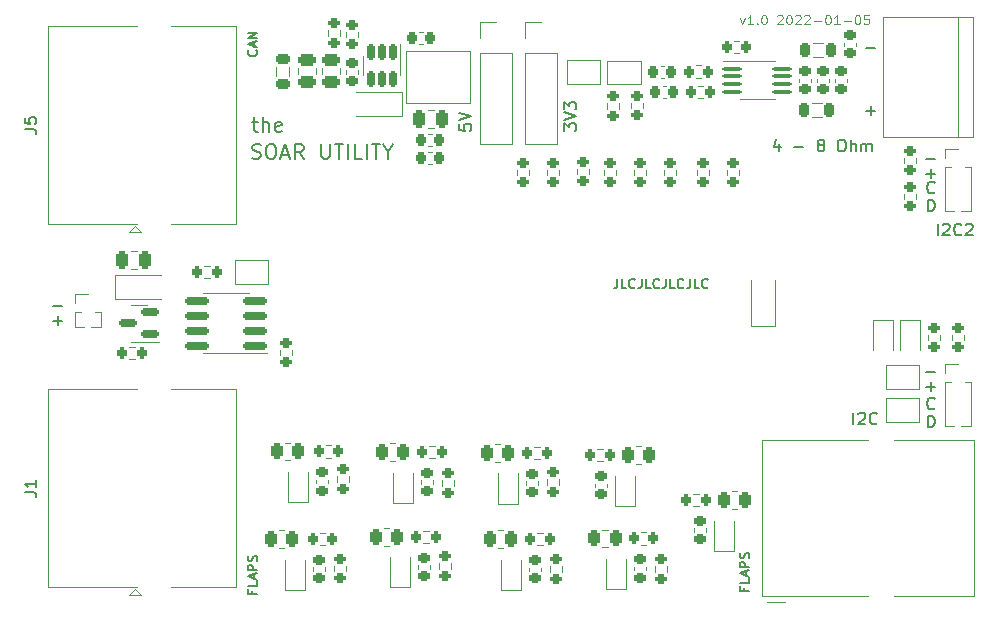
<source format=gto>
%TF.GenerationSoftware,KiCad,Pcbnew,(6.0.0)*%
%TF.CreationDate,2022-01-05T18:10:34+01:00*%
%TF.ProjectId,soar_audio,736f6172-5f61-4756-9469-6f2e6b696361,rev?*%
%TF.SameCoordinates,Original*%
%TF.FileFunction,Legend,Top*%
%TF.FilePolarity,Positive*%
%FSLAX46Y46*%
G04 Gerber Fmt 4.6, Leading zero omitted, Abs format (unit mm)*
G04 Created by KiCad (PCBNEW (6.0.0)) date 2022-01-05 18:10:34*
%MOMM*%
%LPD*%
G01*
G04 APERTURE LIST*
G04 Aperture macros list*
%AMRoundRect*
0 Rectangle with rounded corners*
0 $1 Rounding radius*
0 $2 $3 $4 $5 $6 $7 $8 $9 X,Y pos of 4 corners*
0 Add a 4 corners polygon primitive as box body*
4,1,4,$2,$3,$4,$5,$6,$7,$8,$9,$2,$3,0*
0 Add four circle primitives for the rounded corners*
1,1,$1+$1,$2,$3*
1,1,$1+$1,$4,$5*
1,1,$1+$1,$6,$7*
1,1,$1+$1,$8,$9*
0 Add four rect primitives between the rounded corners*
20,1,$1+$1,$2,$3,$4,$5,0*
20,1,$1+$1,$4,$5,$6,$7,0*
20,1,$1+$1,$6,$7,$8,$9,0*
20,1,$1+$1,$8,$9,$2,$3,0*%
G04 Aperture macros list end*
%ADD10C,0.150000*%
%ADD11C,0.100000*%
%ADD12C,0.200000*%
%ADD13C,0.120000*%
%ADD14R,1.500000X1.500000*%
%ADD15C,1.500000*%
%ADD16C,3.250000*%
%ADD17C,2.300000*%
%ADD18R,1.500000X2.500000*%
%ADD19R,1.700000X1.700000*%
%ADD20O,1.700000X1.700000*%
%ADD21RoundRect,0.225000X-0.225000X-0.250000X0.225000X-0.250000X0.225000X0.250000X-0.225000X0.250000X0*%
%ADD22RoundRect,0.225000X0.225000X0.250000X-0.225000X0.250000X-0.225000X-0.250000X0.225000X-0.250000X0*%
%ADD23RoundRect,0.200000X-0.275000X0.200000X-0.275000X-0.200000X0.275000X-0.200000X0.275000X0.200000X0*%
%ADD24R,1.000000X1.000000*%
%ADD25O,1.000000X1.000000*%
%ADD26R,1.000000X1.500000*%
%ADD27RoundRect,0.225000X0.250000X-0.225000X0.250000X0.225000X-0.250000X0.225000X-0.250000X-0.225000X0*%
%ADD28RoundRect,0.225000X-0.250000X0.225000X-0.250000X-0.225000X0.250000X-0.225000X0.250000X0.225000X0*%
%ADD29RoundRect,0.150000X0.825000X0.150000X-0.825000X0.150000X-0.825000X-0.150000X0.825000X-0.150000X0*%
%ADD30RoundRect,0.200000X-0.200000X-0.275000X0.200000X-0.275000X0.200000X0.275000X-0.200000X0.275000X0*%
%ADD31RoundRect,0.250000X0.262500X0.450000X-0.262500X0.450000X-0.262500X-0.450000X0.262500X-0.450000X0*%
%ADD32R,0.450000X0.600000*%
%ADD33RoundRect,0.250000X-0.250000X-0.475000X0.250000X-0.475000X0.250000X0.475000X-0.250000X0.475000X0*%
%ADD34RoundRect,0.250000X-0.475000X0.250000X-0.475000X-0.250000X0.475000X-0.250000X0.475000X0.250000X0*%
%ADD35RoundRect,0.250000X-0.262500X-0.450000X0.262500X-0.450000X0.262500X0.450000X-0.262500X0.450000X0*%
%ADD36RoundRect,0.200000X0.275000X-0.200000X0.275000X0.200000X-0.275000X0.200000X-0.275000X-0.200000X0*%
%ADD37R,0.900000X1.200000*%
%ADD38R,3.000000X3.000000*%
%ADD39C,3.000000*%
%ADD40C,1.524000*%
%ADD41RoundRect,0.100000X-0.712500X-0.100000X0.712500X-0.100000X0.712500X0.100000X-0.712500X0.100000X0*%
%ADD42RoundRect,0.218750X-0.218750X-0.381250X0.218750X-0.381250X0.218750X0.381250X-0.218750X0.381250X0*%
%ADD43RoundRect,0.200000X0.200000X0.275000X-0.200000X0.275000X-0.200000X-0.275000X0.200000X-0.275000X0*%
%ADD44RoundRect,0.250000X0.250000X0.475000X-0.250000X0.475000X-0.250000X-0.475000X0.250000X-0.475000X0*%
%ADD45RoundRect,0.218750X0.381250X-0.218750X0.381250X0.218750X-0.381250X0.218750X-0.381250X-0.218750X0*%
%ADD46RoundRect,0.150000X-0.150000X0.512500X-0.150000X-0.512500X0.150000X-0.512500X0.150000X0.512500X0*%
%ADD47RoundRect,0.150000X0.587500X0.150000X-0.587500X0.150000X-0.587500X-0.150000X0.587500X-0.150000X0*%
%ADD48R,1.200000X0.900000*%
%ADD49R,1.520000X1.520000*%
%ADD50C,1.520000*%
G04 APERTURE END LIST*
D10*
X136612380Y-77152476D02*
X136612380Y-77628666D01*
X137088571Y-77676285D01*
X137040952Y-77628666D01*
X136993333Y-77533428D01*
X136993333Y-77295333D01*
X137040952Y-77200095D01*
X137088571Y-77152476D01*
X137183809Y-77104857D01*
X137421904Y-77104857D01*
X137517142Y-77152476D01*
X137564761Y-77200095D01*
X137612380Y-77295333D01*
X137612380Y-77533428D01*
X137564761Y-77628666D01*
X137517142Y-77676285D01*
X136612380Y-76819142D02*
X137612380Y-76485809D01*
X136612380Y-76152476D01*
X145502380Y-77692095D02*
X145502380Y-77073047D01*
X145883333Y-77406380D01*
X145883333Y-77263523D01*
X145930952Y-77168285D01*
X145978571Y-77120666D01*
X146073809Y-77073047D01*
X146311904Y-77073047D01*
X146407142Y-77120666D01*
X146454761Y-77168285D01*
X146502380Y-77263523D01*
X146502380Y-77549238D01*
X146454761Y-77644476D01*
X146407142Y-77692095D01*
X145502380Y-76787333D02*
X146502380Y-76454000D01*
X145502380Y-76120666D01*
X145502380Y-75882571D02*
X145502380Y-75263523D01*
X145883333Y-75596857D01*
X145883333Y-75454000D01*
X145930952Y-75358761D01*
X145978571Y-75311142D01*
X146073809Y-75263523D01*
X146311904Y-75263523D01*
X146407142Y-75311142D01*
X146454761Y-75358761D01*
X146502380Y-75454000D01*
X146502380Y-75739714D01*
X146454761Y-75834952D01*
X146407142Y-75882571D01*
X163695523Y-78779714D02*
X163695523Y-79446380D01*
X163457428Y-78398761D02*
X163219333Y-79113047D01*
X163838380Y-79113047D01*
X164981238Y-79065428D02*
X165743142Y-79065428D01*
X167124095Y-78874952D02*
X167028857Y-78827333D01*
X166981238Y-78779714D01*
X166933619Y-78684476D01*
X166933619Y-78636857D01*
X166981238Y-78541619D01*
X167028857Y-78494000D01*
X167124095Y-78446380D01*
X167314571Y-78446380D01*
X167409809Y-78494000D01*
X167457428Y-78541619D01*
X167505047Y-78636857D01*
X167505047Y-78684476D01*
X167457428Y-78779714D01*
X167409809Y-78827333D01*
X167314571Y-78874952D01*
X167124095Y-78874952D01*
X167028857Y-78922571D01*
X166981238Y-78970190D01*
X166933619Y-79065428D01*
X166933619Y-79255904D01*
X166981238Y-79351142D01*
X167028857Y-79398761D01*
X167124095Y-79446380D01*
X167314571Y-79446380D01*
X167409809Y-79398761D01*
X167457428Y-79351142D01*
X167505047Y-79255904D01*
X167505047Y-79065428D01*
X167457428Y-78970190D01*
X167409809Y-78922571D01*
X167314571Y-78874952D01*
X168886000Y-78446380D02*
X169076476Y-78446380D01*
X169171714Y-78494000D01*
X169266952Y-78589238D01*
X169314571Y-78779714D01*
X169314571Y-79113047D01*
X169266952Y-79303523D01*
X169171714Y-79398761D01*
X169076476Y-79446380D01*
X168886000Y-79446380D01*
X168790761Y-79398761D01*
X168695523Y-79303523D01*
X168647904Y-79113047D01*
X168647904Y-78779714D01*
X168695523Y-78589238D01*
X168790761Y-78494000D01*
X168886000Y-78446380D01*
X169743142Y-79446380D02*
X169743142Y-78446380D01*
X170171714Y-79446380D02*
X170171714Y-78922571D01*
X170124095Y-78827333D01*
X170028857Y-78779714D01*
X169886000Y-78779714D01*
X169790761Y-78827333D01*
X169743142Y-78874952D01*
X170647904Y-79446380D02*
X170647904Y-78779714D01*
X170647904Y-78874952D02*
X170695523Y-78827333D01*
X170790761Y-78779714D01*
X170933619Y-78779714D01*
X171028857Y-78827333D01*
X171076476Y-78922571D01*
X171076476Y-79446380D01*
X171076476Y-78922571D02*
X171124095Y-78827333D01*
X171219333Y-78779714D01*
X171362190Y-78779714D01*
X171457428Y-78827333D01*
X171505047Y-78922571D01*
X171505047Y-79446380D01*
X171069047Y-70683428D02*
X171830952Y-70683428D01*
X171069047Y-76017428D02*
X171830952Y-76017428D01*
X171450000Y-76398380D02*
X171450000Y-75636476D01*
X169965809Y-102560380D02*
X169965809Y-101560380D01*
X170394380Y-101655619D02*
X170442000Y-101608000D01*
X170537238Y-101560380D01*
X170775333Y-101560380D01*
X170870571Y-101608000D01*
X170918190Y-101655619D01*
X170965809Y-101750857D01*
X170965809Y-101846095D01*
X170918190Y-101988952D01*
X170346761Y-102560380D01*
X170965809Y-102560380D01*
X171965809Y-102465142D02*
X171918190Y-102512761D01*
X171775333Y-102560380D01*
X171680095Y-102560380D01*
X171537238Y-102512761D01*
X171442000Y-102417523D01*
X171394380Y-102322285D01*
X171346761Y-102131809D01*
X171346761Y-101988952D01*
X171394380Y-101798476D01*
X171442000Y-101703238D01*
X171537238Y-101608000D01*
X171680095Y-101560380D01*
X171775333Y-101560380D01*
X171918190Y-101608000D01*
X171965809Y-101655619D01*
X177109619Y-86558380D02*
X177109619Y-85558380D01*
X177538190Y-85653619D02*
X177585809Y-85606000D01*
X177681047Y-85558380D01*
X177919142Y-85558380D01*
X178014380Y-85606000D01*
X178062000Y-85653619D01*
X178109619Y-85748857D01*
X178109619Y-85844095D01*
X178062000Y-85986952D01*
X177490571Y-86558380D01*
X178109619Y-86558380D01*
X179109619Y-86463142D02*
X179062000Y-86510761D01*
X178919142Y-86558380D01*
X178823904Y-86558380D01*
X178681047Y-86510761D01*
X178585809Y-86415523D01*
X178538190Y-86320285D01*
X178490571Y-86129809D01*
X178490571Y-85986952D01*
X178538190Y-85796476D01*
X178585809Y-85701238D01*
X178681047Y-85606000D01*
X178823904Y-85558380D01*
X178919142Y-85558380D01*
X179062000Y-85606000D01*
X179109619Y-85653619D01*
X179490571Y-85653619D02*
X179538190Y-85606000D01*
X179633428Y-85558380D01*
X179871523Y-85558380D01*
X179966761Y-85606000D01*
X180014380Y-85653619D01*
X180062000Y-85748857D01*
X180062000Y-85844095D01*
X180014380Y-85986952D01*
X179442952Y-86558380D01*
X180062000Y-86558380D01*
X176268095Y-84526380D02*
X176268095Y-83526380D01*
X176506190Y-83526380D01*
X176649047Y-83574000D01*
X176744285Y-83669238D01*
X176791904Y-83764476D01*
X176839523Y-83954952D01*
X176839523Y-84097809D01*
X176791904Y-84288285D01*
X176744285Y-84383523D01*
X176649047Y-84478761D01*
X176506190Y-84526380D01*
X176268095Y-84526380D01*
X176839523Y-82907142D02*
X176791904Y-82954761D01*
X176649047Y-83002380D01*
X176553809Y-83002380D01*
X176410952Y-82954761D01*
X176315714Y-82859523D01*
X176268095Y-82764285D01*
X176220476Y-82573809D01*
X176220476Y-82430952D01*
X176268095Y-82240476D01*
X176315714Y-82145238D01*
X176410952Y-82050000D01*
X176553809Y-82002380D01*
X176649047Y-82002380D01*
X176791904Y-82050000D01*
X176839523Y-82097619D01*
X176149047Y-81351428D02*
X176910952Y-81351428D01*
X176530000Y-81732380D02*
X176530000Y-80970476D01*
X176149047Y-80081428D02*
X176910952Y-80081428D01*
X176268095Y-102814380D02*
X176268095Y-101814380D01*
X176506190Y-101814380D01*
X176649047Y-101862000D01*
X176744285Y-101957238D01*
X176791904Y-102052476D01*
X176839523Y-102242952D01*
X176839523Y-102385809D01*
X176791904Y-102576285D01*
X176744285Y-102671523D01*
X176649047Y-102766761D01*
X176506190Y-102814380D01*
X176268095Y-102814380D01*
X176839523Y-101195142D02*
X176791904Y-101242761D01*
X176649047Y-101290380D01*
X176553809Y-101290380D01*
X176410952Y-101242761D01*
X176315714Y-101147523D01*
X176268095Y-101052285D01*
X176220476Y-100861809D01*
X176220476Y-100718952D01*
X176268095Y-100528476D01*
X176315714Y-100433238D01*
X176410952Y-100338000D01*
X176553809Y-100290380D01*
X176649047Y-100290380D01*
X176791904Y-100338000D01*
X176839523Y-100385619D01*
X176149047Y-99385428D02*
X176910952Y-99385428D01*
X176530000Y-99766380D02*
X176530000Y-99004476D01*
X176149047Y-98115428D02*
X176910952Y-98115428D01*
X102235047Y-92527428D02*
X102996952Y-92527428D01*
X102235047Y-93797428D02*
X102996952Y-93797428D01*
X102616000Y-94178380D02*
X102616000Y-93416476D01*
D11*
X160376285Y-68154571D02*
X160566761Y-68687904D01*
X160757238Y-68154571D01*
X161481047Y-68687904D02*
X161023904Y-68687904D01*
X161252476Y-68687904D02*
X161252476Y-67887904D01*
X161176285Y-68002190D01*
X161100095Y-68078380D01*
X161023904Y-68116476D01*
X161823904Y-68611714D02*
X161862000Y-68649809D01*
X161823904Y-68687904D01*
X161785809Y-68649809D01*
X161823904Y-68611714D01*
X161823904Y-68687904D01*
X162357238Y-67887904D02*
X162433428Y-67887904D01*
X162509619Y-67926000D01*
X162547714Y-67964095D01*
X162585809Y-68040285D01*
X162623904Y-68192666D01*
X162623904Y-68383142D01*
X162585809Y-68535523D01*
X162547714Y-68611714D01*
X162509619Y-68649809D01*
X162433428Y-68687904D01*
X162357238Y-68687904D01*
X162281047Y-68649809D01*
X162242952Y-68611714D01*
X162204857Y-68535523D01*
X162166761Y-68383142D01*
X162166761Y-68192666D01*
X162204857Y-68040285D01*
X162242952Y-67964095D01*
X162281047Y-67926000D01*
X162357238Y-67887904D01*
X163538190Y-67964095D02*
X163576285Y-67926000D01*
X163652476Y-67887904D01*
X163842952Y-67887904D01*
X163919142Y-67926000D01*
X163957238Y-67964095D01*
X163995333Y-68040285D01*
X163995333Y-68116476D01*
X163957238Y-68230761D01*
X163500095Y-68687904D01*
X163995333Y-68687904D01*
X164490571Y-67887904D02*
X164566761Y-67887904D01*
X164642952Y-67926000D01*
X164681047Y-67964095D01*
X164719142Y-68040285D01*
X164757238Y-68192666D01*
X164757238Y-68383142D01*
X164719142Y-68535523D01*
X164681047Y-68611714D01*
X164642952Y-68649809D01*
X164566761Y-68687904D01*
X164490571Y-68687904D01*
X164414380Y-68649809D01*
X164376285Y-68611714D01*
X164338190Y-68535523D01*
X164300095Y-68383142D01*
X164300095Y-68192666D01*
X164338190Y-68040285D01*
X164376285Y-67964095D01*
X164414380Y-67926000D01*
X164490571Y-67887904D01*
X165062000Y-67964095D02*
X165100095Y-67926000D01*
X165176285Y-67887904D01*
X165366761Y-67887904D01*
X165442952Y-67926000D01*
X165481047Y-67964095D01*
X165519142Y-68040285D01*
X165519142Y-68116476D01*
X165481047Y-68230761D01*
X165023904Y-68687904D01*
X165519142Y-68687904D01*
X165823904Y-67964095D02*
X165862000Y-67926000D01*
X165938190Y-67887904D01*
X166128666Y-67887904D01*
X166204857Y-67926000D01*
X166242952Y-67964095D01*
X166281047Y-68040285D01*
X166281047Y-68116476D01*
X166242952Y-68230761D01*
X165785809Y-68687904D01*
X166281047Y-68687904D01*
X166623904Y-68383142D02*
X167233428Y-68383142D01*
X167766761Y-67887904D02*
X167842952Y-67887904D01*
X167919142Y-67926000D01*
X167957238Y-67964095D01*
X167995333Y-68040285D01*
X168033428Y-68192666D01*
X168033428Y-68383142D01*
X167995333Y-68535523D01*
X167957238Y-68611714D01*
X167919142Y-68649809D01*
X167842952Y-68687904D01*
X167766761Y-68687904D01*
X167690571Y-68649809D01*
X167652476Y-68611714D01*
X167614380Y-68535523D01*
X167576285Y-68383142D01*
X167576285Y-68192666D01*
X167614380Y-68040285D01*
X167652476Y-67964095D01*
X167690571Y-67926000D01*
X167766761Y-67887904D01*
X168795333Y-68687904D02*
X168338190Y-68687904D01*
X168566761Y-68687904D02*
X168566761Y-67887904D01*
X168490571Y-68002190D01*
X168414380Y-68078380D01*
X168338190Y-68116476D01*
X169138190Y-68383142D02*
X169747714Y-68383142D01*
X170281047Y-67887904D02*
X170357238Y-67887904D01*
X170433428Y-67926000D01*
X170471523Y-67964095D01*
X170509619Y-68040285D01*
X170547714Y-68192666D01*
X170547714Y-68383142D01*
X170509619Y-68535523D01*
X170471523Y-68611714D01*
X170433428Y-68649809D01*
X170357238Y-68687904D01*
X170281047Y-68687904D01*
X170204857Y-68649809D01*
X170166761Y-68611714D01*
X170128666Y-68535523D01*
X170090571Y-68383142D01*
X170090571Y-68192666D01*
X170128666Y-68040285D01*
X170166761Y-67964095D01*
X170204857Y-67926000D01*
X170281047Y-67887904D01*
X171271523Y-67887904D02*
X170890571Y-67887904D01*
X170852476Y-68268857D01*
X170890571Y-68230761D01*
X170966761Y-68192666D01*
X171157238Y-68192666D01*
X171233428Y-68230761D01*
X171271523Y-68268857D01*
X171309619Y-68345047D01*
X171309619Y-68535523D01*
X171271523Y-68611714D01*
X171233428Y-68649809D01*
X171157238Y-68687904D01*
X170966761Y-68687904D01*
X170890571Y-68649809D01*
X170852476Y-68611714D01*
D10*
X160724857Y-116395333D02*
X160724857Y-116662000D01*
X161143904Y-116662000D02*
X160343904Y-116662000D01*
X160343904Y-116281047D01*
X161143904Y-115595333D02*
X161143904Y-115976285D01*
X160343904Y-115976285D01*
X160915333Y-115366761D02*
X160915333Y-114985809D01*
X161143904Y-115442952D02*
X160343904Y-115176285D01*
X161143904Y-114909619D01*
X161143904Y-114642952D02*
X160343904Y-114642952D01*
X160343904Y-114338190D01*
X160382000Y-114262000D01*
X160420095Y-114223904D01*
X160496285Y-114185809D01*
X160610571Y-114185809D01*
X160686761Y-114223904D01*
X160724857Y-114262000D01*
X160762952Y-114338190D01*
X160762952Y-114642952D01*
X161105809Y-113881047D02*
X161143904Y-113766761D01*
X161143904Y-113576285D01*
X161105809Y-113500095D01*
X161067714Y-113462000D01*
X160991523Y-113423904D01*
X160915333Y-113423904D01*
X160839142Y-113462000D01*
X160801047Y-113500095D01*
X160762952Y-113576285D01*
X160724857Y-113728666D01*
X160686761Y-113804857D01*
X160648666Y-113842952D01*
X160572476Y-113881047D01*
X160496285Y-113881047D01*
X160420095Y-113842952D01*
X160382000Y-113804857D01*
X160343904Y-113728666D01*
X160343904Y-113538190D01*
X160382000Y-113423904D01*
X119068857Y-116649333D02*
X119068857Y-116916000D01*
X119487904Y-116916000D02*
X118687904Y-116916000D01*
X118687904Y-116535047D01*
X119487904Y-115849333D02*
X119487904Y-116230285D01*
X118687904Y-116230285D01*
X119259333Y-115620761D02*
X119259333Y-115239809D01*
X119487904Y-115696952D02*
X118687904Y-115430285D01*
X119487904Y-115163619D01*
X119487904Y-114896952D02*
X118687904Y-114896952D01*
X118687904Y-114592190D01*
X118726000Y-114516000D01*
X118764095Y-114477904D01*
X118840285Y-114439809D01*
X118954571Y-114439809D01*
X119030761Y-114477904D01*
X119068857Y-114516000D01*
X119106952Y-114592190D01*
X119106952Y-114896952D01*
X119449809Y-114135047D02*
X119487904Y-114020761D01*
X119487904Y-113830285D01*
X119449809Y-113754095D01*
X119411714Y-113716000D01*
X119335523Y-113677904D01*
X119259333Y-113677904D01*
X119183142Y-113716000D01*
X119145047Y-113754095D01*
X119106952Y-113830285D01*
X119068857Y-113982666D01*
X119030761Y-114058857D01*
X118992666Y-114096952D01*
X118916476Y-114135047D01*
X118840285Y-114135047D01*
X118764095Y-114096952D01*
X118726000Y-114058857D01*
X118687904Y-113982666D01*
X118687904Y-113792190D01*
X118726000Y-113677904D01*
X119411714Y-70872285D02*
X119449809Y-70910380D01*
X119487904Y-71024666D01*
X119487904Y-71100857D01*
X119449809Y-71215142D01*
X119373619Y-71291333D01*
X119297428Y-71329428D01*
X119145047Y-71367523D01*
X119030761Y-71367523D01*
X118878380Y-71329428D01*
X118802190Y-71291333D01*
X118726000Y-71215142D01*
X118687904Y-71100857D01*
X118687904Y-71024666D01*
X118726000Y-70910380D01*
X118764095Y-70872285D01*
X119259333Y-70567523D02*
X119259333Y-70186571D01*
X119487904Y-70643714D02*
X118687904Y-70377047D01*
X119487904Y-70110380D01*
X119487904Y-69843714D02*
X118687904Y-69843714D01*
X119487904Y-69386571D01*
X118687904Y-69386571D01*
D12*
X119056714Y-76948142D02*
X119532904Y-76948142D01*
X119235285Y-76531476D02*
X119235285Y-77602904D01*
X119294809Y-77721952D01*
X119413857Y-77781476D01*
X119532904Y-77781476D01*
X119949571Y-77781476D02*
X119949571Y-76531476D01*
X120485285Y-77781476D02*
X120485285Y-77126714D01*
X120425761Y-77007666D01*
X120306714Y-76948142D01*
X120128142Y-76948142D01*
X120009095Y-77007666D01*
X119949571Y-77067190D01*
X121556714Y-77721952D02*
X121437666Y-77781476D01*
X121199571Y-77781476D01*
X121080523Y-77721952D01*
X121021000Y-77602904D01*
X121021000Y-77126714D01*
X121080523Y-77007666D01*
X121199571Y-76948142D01*
X121437666Y-76948142D01*
X121556714Y-77007666D01*
X121616238Y-77126714D01*
X121616238Y-77245761D01*
X121021000Y-77364809D01*
X119075142Y-80007952D02*
X119253714Y-80067476D01*
X119551333Y-80067476D01*
X119670380Y-80007952D01*
X119729904Y-79948428D01*
X119789428Y-79829380D01*
X119789428Y-79710333D01*
X119729904Y-79591285D01*
X119670380Y-79531761D01*
X119551333Y-79472238D01*
X119313238Y-79412714D01*
X119194190Y-79353190D01*
X119134666Y-79293666D01*
X119075142Y-79174619D01*
X119075142Y-79055571D01*
X119134666Y-78936523D01*
X119194190Y-78877000D01*
X119313238Y-78817476D01*
X119610857Y-78817476D01*
X119789428Y-78877000D01*
X120563238Y-78817476D02*
X120801333Y-78817476D01*
X120920380Y-78877000D01*
X121039428Y-78996047D01*
X121098952Y-79234142D01*
X121098952Y-79650809D01*
X121039428Y-79888904D01*
X120920380Y-80007952D01*
X120801333Y-80067476D01*
X120563238Y-80067476D01*
X120444190Y-80007952D01*
X120325142Y-79888904D01*
X120265619Y-79650809D01*
X120265619Y-79234142D01*
X120325142Y-78996047D01*
X120444190Y-78877000D01*
X120563238Y-78817476D01*
X121575142Y-79710333D02*
X122170380Y-79710333D01*
X121456095Y-80067476D02*
X121872761Y-78817476D01*
X122289428Y-80067476D01*
X123420380Y-80067476D02*
X123003714Y-79472238D01*
X122706095Y-80067476D02*
X122706095Y-78817476D01*
X123182285Y-78817476D01*
X123301333Y-78877000D01*
X123360857Y-78936523D01*
X123420380Y-79055571D01*
X123420380Y-79234142D01*
X123360857Y-79353190D01*
X123301333Y-79412714D01*
X123182285Y-79472238D01*
X122706095Y-79472238D01*
X124908476Y-78817476D02*
X124908476Y-79829380D01*
X124968000Y-79948428D01*
X125027523Y-80007952D01*
X125146571Y-80067476D01*
X125384666Y-80067476D01*
X125503714Y-80007952D01*
X125563238Y-79948428D01*
X125622761Y-79829380D01*
X125622761Y-78817476D01*
X126039428Y-78817476D02*
X126753714Y-78817476D01*
X126396571Y-80067476D02*
X126396571Y-78817476D01*
X127170380Y-80067476D02*
X127170380Y-78817476D01*
X128360857Y-80067476D02*
X127765619Y-80067476D01*
X127765619Y-78817476D01*
X128777523Y-80067476D02*
X128777523Y-78817476D01*
X129194190Y-78817476D02*
X129908476Y-78817476D01*
X129551333Y-80067476D02*
X129551333Y-78817476D01*
X130563238Y-79472238D02*
X130563238Y-80067476D01*
X130146571Y-78817476D02*
X130563238Y-79472238D01*
X130979904Y-78817476D01*
X149974761Y-90239904D02*
X149974761Y-90811333D01*
X149936666Y-90925619D01*
X149860476Y-91001809D01*
X149746190Y-91039904D01*
X149670000Y-91039904D01*
X150736666Y-91039904D02*
X150355714Y-91039904D01*
X150355714Y-90239904D01*
X151460476Y-90963714D02*
X151422380Y-91001809D01*
X151308095Y-91039904D01*
X151231904Y-91039904D01*
X151117619Y-91001809D01*
X151041428Y-90925619D01*
X151003333Y-90849428D01*
X150965238Y-90697047D01*
X150965238Y-90582761D01*
X151003333Y-90430380D01*
X151041428Y-90354190D01*
X151117619Y-90278000D01*
X151231904Y-90239904D01*
X151308095Y-90239904D01*
X151422380Y-90278000D01*
X151460476Y-90316095D01*
X152031904Y-90239904D02*
X152031904Y-90811333D01*
X151993809Y-90925619D01*
X151917619Y-91001809D01*
X151803333Y-91039904D01*
X151727142Y-91039904D01*
X152793809Y-91039904D02*
X152412857Y-91039904D01*
X152412857Y-90239904D01*
X153517619Y-90963714D02*
X153479523Y-91001809D01*
X153365238Y-91039904D01*
X153289047Y-91039904D01*
X153174761Y-91001809D01*
X153098571Y-90925619D01*
X153060476Y-90849428D01*
X153022380Y-90697047D01*
X153022380Y-90582761D01*
X153060476Y-90430380D01*
X153098571Y-90354190D01*
X153174761Y-90278000D01*
X153289047Y-90239904D01*
X153365238Y-90239904D01*
X153479523Y-90278000D01*
X153517619Y-90316095D01*
X154089047Y-90239904D02*
X154089047Y-90811333D01*
X154050952Y-90925619D01*
X153974761Y-91001809D01*
X153860476Y-91039904D01*
X153784285Y-91039904D01*
X154850952Y-91039904D02*
X154470000Y-91039904D01*
X154470000Y-90239904D01*
X155574761Y-90963714D02*
X155536666Y-91001809D01*
X155422380Y-91039904D01*
X155346190Y-91039904D01*
X155231904Y-91001809D01*
X155155714Y-90925619D01*
X155117619Y-90849428D01*
X155079523Y-90697047D01*
X155079523Y-90582761D01*
X155117619Y-90430380D01*
X155155714Y-90354190D01*
X155231904Y-90278000D01*
X155346190Y-90239904D01*
X155422380Y-90239904D01*
X155536666Y-90278000D01*
X155574761Y-90316095D01*
X156146190Y-90239904D02*
X156146190Y-90811333D01*
X156108095Y-90925619D01*
X156031904Y-91001809D01*
X155917619Y-91039904D01*
X155841428Y-91039904D01*
X156908095Y-91039904D02*
X156527142Y-91039904D01*
X156527142Y-90239904D01*
X157631904Y-90963714D02*
X157593809Y-91001809D01*
X157479523Y-91039904D01*
X157403333Y-91039904D01*
X157289047Y-91001809D01*
X157212857Y-90925619D01*
X157174761Y-90849428D01*
X157136666Y-90697047D01*
X157136666Y-90582761D01*
X157174761Y-90430380D01*
X157212857Y-90354190D01*
X157289047Y-90278000D01*
X157403333Y-90239904D01*
X157479523Y-90239904D01*
X157593809Y-90278000D01*
X157631904Y-90316095D01*
D10*
%TO.C,J5*%
X99805380Y-77549333D02*
X100519666Y-77549333D01*
X100662523Y-77596952D01*
X100757761Y-77692190D01*
X100805380Y-77835047D01*
X100805380Y-77930285D01*
X99805380Y-76596952D02*
X99805380Y-77073142D01*
X100281571Y-77120761D01*
X100233952Y-77073142D01*
X100186333Y-76977904D01*
X100186333Y-76739809D01*
X100233952Y-76644571D01*
X100281571Y-76596952D01*
X100376809Y-76549333D01*
X100614904Y-76549333D01*
X100710142Y-76596952D01*
X100757761Y-76644571D01*
X100805380Y-76739809D01*
X100805380Y-76977904D01*
X100757761Y-77073142D01*
X100710142Y-77120761D01*
%TO.C,J1*%
X99805380Y-108283333D02*
X100519666Y-108283333D01*
X100662523Y-108330952D01*
X100757761Y-108426190D01*
X100805380Y-108569047D01*
X100805380Y-108664285D01*
X100805380Y-107283333D02*
X100805380Y-107854761D01*
X100805380Y-107569047D02*
X99805380Y-107569047D01*
X99948238Y-107664285D01*
X100043476Y-107759523D01*
X100091095Y-107854761D01*
D13*
%TO.C,J5*%
X101743000Y-85536000D02*
X101743000Y-68896000D01*
X101743000Y-85581000D02*
X109353000Y-85581000D01*
X101743000Y-68851000D02*
X109353000Y-68851000D01*
X117713000Y-85536000D02*
X117713000Y-68851000D01*
X117713000Y-85581000D02*
X112153000Y-85581000D01*
X117713000Y-68851000D02*
X112153000Y-68851000D01*
X109153000Y-85776000D02*
X109653000Y-86276000D01*
X109653000Y-86276000D02*
X108653000Y-86276000D01*
X108653000Y-86276000D02*
X109153000Y-85776000D01*
%TO.C,J1*%
X101743000Y-116270000D02*
X101743000Y-99630000D01*
X101743000Y-116315000D02*
X109353000Y-116315000D01*
X101743000Y-99585000D02*
X109353000Y-99585000D01*
X117713000Y-116270000D02*
X117713000Y-99585000D01*
X117713000Y-116315000D02*
X112153000Y-116315000D01*
X117713000Y-99585000D02*
X112153000Y-99585000D01*
X109153000Y-116510000D02*
X109653000Y-117010000D01*
X109653000Y-117010000D02*
X108653000Y-117010000D01*
X108653000Y-117010000D02*
X109153000Y-116510000D01*
%TO.C,L1*%
X137527000Y-70927000D02*
X137527000Y-75377000D01*
X132077000Y-70927000D02*
X137527000Y-70927000D01*
X132077000Y-75377000D02*
X132077000Y-70927000D01*
X137527000Y-75377000D02*
X132077000Y-75377000D01*
%TO.C,J9*%
X142180000Y-78810000D02*
X144840000Y-78810000D01*
X142180000Y-71130000D02*
X142180000Y-78810000D01*
X144840000Y-71130000D02*
X144840000Y-78810000D01*
X142180000Y-71130000D02*
X144840000Y-71130000D01*
X142180000Y-69860000D02*
X142180000Y-68530000D01*
X142180000Y-68530000D02*
X143510000Y-68530000D01*
%TO.C,J8*%
X138370000Y-78810000D02*
X141030000Y-78810000D01*
X138370000Y-71130000D02*
X138370000Y-78810000D01*
X141030000Y-71130000D02*
X141030000Y-78810000D01*
X138370000Y-71130000D02*
X141030000Y-71130000D01*
X138370000Y-69860000D02*
X138370000Y-68530000D01*
X138370000Y-68530000D02*
X139700000Y-68530000D01*
%TO.C,C10*%
X133971420Y-77976000D02*
X134252580Y-77976000D01*
X133971420Y-78996000D02*
X134252580Y-78996000D01*
%TO.C,C8*%
X134252580Y-80520000D02*
X133971420Y-80520000D01*
X134252580Y-79500000D02*
X133971420Y-79500000D01*
%TO.C,R16*%
X179338500Y-94949742D02*
X179338500Y-95424258D01*
X178293500Y-94949742D02*
X178293500Y-95424258D01*
%TO.C,J6*%
X179123530Y-102681000D02*
X179926000Y-102681000D01*
X177706000Y-97416000D02*
X178816000Y-97416000D01*
X177706000Y-98936000D02*
X178252529Y-98936000D01*
X179379471Y-98936000D02*
X179926000Y-98936000D01*
X179926000Y-98936000D02*
X179926000Y-102681000D01*
X177706000Y-98936000D02*
X177706000Y-102681000D01*
X177706000Y-98176000D02*
X177706000Y-97416000D01*
X177706000Y-102681000D02*
X178508470Y-102681000D01*
%TO.C,J7*%
X105463530Y-94279000D02*
X106266000Y-94279000D01*
X104046000Y-94279000D02*
X104848470Y-94279000D01*
X105719471Y-93074000D02*
X106266000Y-93074000D01*
X104046000Y-92314000D02*
X104046000Y-91554000D01*
X104046000Y-91554000D02*
X105156000Y-91554000D01*
X104046000Y-93074000D02*
X104046000Y-94279000D01*
X104046000Y-93074000D02*
X104592529Y-93074000D01*
X106266000Y-93074000D02*
X106266000Y-94279000D01*
%TO.C,JP1*%
X148526500Y-71738000D02*
X148526500Y-73738000D01*
X145726500Y-73738000D02*
X145726500Y-71738000D01*
X145726500Y-71738000D02*
X148526500Y-71738000D01*
X148526500Y-73738000D02*
X145726500Y-73738000D01*
%TO.C,C21*%
X142492000Y-114961580D02*
X142492000Y-114680420D01*
X143512000Y-114961580D02*
X143512000Y-114680420D01*
%TO.C,C16*%
X170228500Y-70230420D02*
X170228500Y-70511580D01*
X169208500Y-70230420D02*
X169208500Y-70511580D01*
%TO.C,JP4*%
X175502000Y-102346000D02*
X172702000Y-102346000D01*
X175502000Y-100346000D02*
X175502000Y-102346000D01*
X172702000Y-102346000D02*
X172702000Y-100346000D01*
X172702000Y-100346000D02*
X175502000Y-100346000D01*
%TO.C,JP3*%
X175502000Y-97552000D02*
X175502000Y-99552000D01*
X172702000Y-97552000D02*
X175502000Y-97552000D01*
X175502000Y-99552000D02*
X172702000Y-99552000D01*
X172702000Y-99552000D02*
X172702000Y-97552000D01*
%TO.C,R10*%
X122442500Y-96219742D02*
X122442500Y-96694258D01*
X121397500Y-96219742D02*
X121397500Y-96694258D01*
%TO.C,U3*%
X116840000Y-91420000D02*
X114890000Y-91420000D01*
X116840000Y-96540000D02*
X114890000Y-96540000D01*
X116840000Y-91420000D02*
X118790000Y-91420000D01*
X116840000Y-96540000D02*
X120290000Y-96540000D01*
%TO.C,C6*%
X124458000Y-107532580D02*
X124458000Y-107251420D01*
X125478000Y-107532580D02*
X125478000Y-107251420D01*
%TO.C,R28*%
X145048500Y-107204742D02*
X145048500Y-107679258D01*
X144003500Y-107204742D02*
X144003500Y-107679258D01*
%TO.C,R33*%
X151971742Y-112727500D02*
X152446258Y-112727500D01*
X151971742Y-111682500D02*
X152446258Y-111682500D01*
%TO.C,R12*%
X156781242Y-74944500D02*
X157255758Y-74944500D01*
X156781242Y-73899500D02*
X157255758Y-73899500D01*
%TO.C,R44*%
X152015564Y-105891000D02*
X151561436Y-105891000D01*
X152015564Y-104421000D02*
X151561436Y-104421000D01*
%TO.C,D2*%
X123786000Y-109133000D02*
X123786000Y-106583000D01*
X122086000Y-109133000D02*
X123786000Y-109133000D01*
X122086000Y-109133000D02*
X122086000Y-106583000D01*
%TO.C,C1*%
X108770748Y-89381000D02*
X109293252Y-89381000D01*
X108770748Y-87911000D02*
X109293252Y-87911000D01*
%TO.C,D16*%
X140120000Y-116562000D02*
X140120000Y-114012000D01*
X140120000Y-116562000D02*
X141820000Y-116562000D01*
X141820000Y-116562000D02*
X141820000Y-114012000D01*
%TO.C,C7*%
X133490580Y-69340000D02*
X133209420Y-69340000D01*
X133490580Y-70360000D02*
X133209420Y-70360000D01*
%TO.C,C4*%
X126465000Y-72382748D02*
X126465000Y-72905252D01*
X124995000Y-72382748D02*
X124995000Y-72905252D01*
%TO.C,R2*%
X121843436Y-104104000D02*
X122297564Y-104104000D01*
X121843436Y-105574000D02*
X122297564Y-105574000D01*
%TO.C,R36*%
X157748500Y-81454258D02*
X157748500Y-80979742D01*
X156703500Y-81454258D02*
X156703500Y-80979742D01*
%TO.C,D3*%
X131790000Y-76438000D02*
X127890000Y-76438000D01*
X131790000Y-76438000D02*
X131790000Y-74438000D01*
X131790000Y-74438000D02*
X127890000Y-74438000D01*
%TO.C,D4*%
X158154000Y-113260000D02*
X159854000Y-113260000D01*
X159854000Y-113260000D02*
X159854000Y-110710000D01*
X158154000Y-113260000D02*
X158154000Y-110710000D01*
%TO.C,JP2*%
X117614000Y-90662000D02*
X117614000Y-88662000D01*
X120414000Y-90662000D02*
X117614000Y-90662000D01*
X120414000Y-88662000D02*
X120414000Y-90662000D01*
X117614000Y-88662000D02*
X120414000Y-88662000D01*
%TO.C,R27*%
X142955742Y-104442500D02*
X143430258Y-104442500D01*
X142955742Y-105487500D02*
X143430258Y-105487500D01*
%TO.C,R34*%
X153147500Y-114570742D02*
X153147500Y-115045258D01*
X154192500Y-114570742D02*
X154192500Y-115045258D01*
%TO.C,R19*%
X135904500Y-114316742D02*
X135904500Y-114791258D01*
X134859500Y-114316742D02*
X134859500Y-114791258D01*
%TO.C,R7*%
X160143564Y-108231000D02*
X159689436Y-108231000D01*
X160143564Y-109701000D02*
X159689436Y-109701000D01*
%TO.C,C3*%
X126998000Y-72850580D02*
X126998000Y-72569420D01*
X128018000Y-72850580D02*
X128018000Y-72569420D01*
%TO.C,J3*%
X179926000Y-80770000D02*
X179926000Y-84515000D01*
X177706000Y-84515000D02*
X178508470Y-84515000D01*
X177706000Y-80770000D02*
X178252529Y-80770000D01*
X179379471Y-80770000D02*
X179926000Y-80770000D01*
X177706000Y-80770000D02*
X177706000Y-84515000D01*
X177706000Y-80010000D02*
X177706000Y-79250000D01*
X179123530Y-84515000D02*
X179926000Y-84515000D01*
X177706000Y-79250000D02*
X178816000Y-79250000D01*
%TO.C,R40*%
X147588500Y-80916742D02*
X147588500Y-81391258D01*
X146543500Y-80916742D02*
X146543500Y-81391258D01*
%TO.C,J4*%
X172466000Y-68072000D02*
X172466000Y-78232000D01*
X180086000Y-78232000D02*
X180086000Y-68072000D01*
X180086000Y-68072000D02*
X172466000Y-68072000D01*
X178816000Y-68072000D02*
X178816000Y-78232000D01*
X172466000Y-78232000D02*
X180086000Y-78232000D01*
%TO.C,R23*%
X134065742Y-104379500D02*
X134540258Y-104379500D01*
X134065742Y-105424500D02*
X134540258Y-105424500D01*
%TO.C,C5*%
X157482000Y-111646580D02*
X157482000Y-111365420D01*
X156462000Y-111646580D02*
X156462000Y-111365420D01*
%TO.C,C26*%
X149100000Y-107849580D02*
X149100000Y-107568420D01*
X148080000Y-107849580D02*
X148080000Y-107568420D01*
%TO.C,R41*%
X145048500Y-80979742D02*
X145048500Y-81454258D01*
X144003500Y-80979742D02*
X144003500Y-81454258D01*
%TO.C,U4*%
X161844500Y-75016000D02*
X160344500Y-75016000D01*
X161844500Y-75016000D02*
X163344500Y-75016000D01*
X161844500Y-71796000D02*
X158919500Y-71796000D01*
X161844500Y-71796000D02*
X163344500Y-71796000D01*
%TO.C,D6*%
X173316000Y-93750000D02*
X171616000Y-93750000D01*
X173316000Y-93750000D02*
X173316000Y-96300000D01*
X171616000Y-93750000D02*
X171616000Y-96300000D01*
%TO.C,R46*%
X174229500Y-83011742D02*
X174229500Y-83486258D01*
X175274500Y-83011742D02*
X175274500Y-83486258D01*
%TO.C,C12*%
X153932080Y-72178000D02*
X153650920Y-72178000D01*
X153932080Y-73198000D02*
X153650920Y-73198000D01*
%TO.C,R45*%
X148289742Y-105678500D02*
X148764258Y-105678500D01*
X148289742Y-104633500D02*
X148764258Y-104633500D01*
%TO.C,R24*%
X125969500Y-114507742D02*
X125969500Y-114982258D01*
X127014500Y-114507742D02*
X127014500Y-114982258D01*
%TO.C,R35*%
X159243500Y-80979742D02*
X159243500Y-81454258D01*
X160288500Y-80979742D02*
X160288500Y-81454258D01*
%TO.C,C2*%
X124433000Y-72382748D02*
X124433000Y-72905252D01*
X122963000Y-72382748D02*
X122963000Y-72905252D01*
%TO.C,FB4*%
X166571378Y-70306000D02*
X167370622Y-70306000D01*
X166571378Y-71426000D02*
X167370622Y-71426000D01*
%TO.C,R5*%
X126506500Y-69167742D02*
X126506500Y-69642258D01*
X125461500Y-69167742D02*
X125461500Y-69642258D01*
%TO.C,R29*%
X140331564Y-113003000D02*
X139877436Y-113003000D01*
X140331564Y-111533000D02*
X139877436Y-111533000D01*
%TO.C,C11*%
X153816920Y-73912000D02*
X154098080Y-73912000D01*
X153816920Y-74932000D02*
X154098080Y-74932000D01*
%TO.C,R15*%
X177306500Y-94949742D02*
X177306500Y-95424258D01*
X176261500Y-94949742D02*
X176261500Y-95424258D01*
%TO.C,D17*%
X149010000Y-116499000D02*
X150710000Y-116499000D01*
X149010000Y-116499000D02*
X149010000Y-113949000D01*
X150710000Y-116499000D02*
X150710000Y-113949000D01*
%TO.C,R9*%
X150128500Y-75345742D02*
X150128500Y-75820258D01*
X149083500Y-75345742D02*
X149083500Y-75820258D01*
%TO.C,R22*%
X124793742Y-111745500D02*
X125268258Y-111745500D01*
X124793742Y-112790500D02*
X125268258Y-112790500D01*
%TO.C,R42*%
X141463500Y-80979742D02*
X141463500Y-81454258D01*
X142508500Y-80979742D02*
X142508500Y-81454258D01*
%TO.C,C17*%
X134114000Y-114770580D02*
X134114000Y-114489420D01*
X133094000Y-114770580D02*
X133094000Y-114489420D01*
%TO.C,R26*%
X139623436Y-105700000D02*
X140077564Y-105700000D01*
X139623436Y-104230000D02*
X140077564Y-104230000D01*
%TO.C,R38*%
X151369500Y-80979742D02*
X151369500Y-81454258D01*
X152414500Y-80979742D02*
X152414500Y-81454258D01*
%TO.C,JP5*%
X151951500Y-71763000D02*
X151951500Y-73763000D01*
X149151500Y-71763000D02*
X151951500Y-71763000D01*
X151951500Y-73763000D02*
X149151500Y-73763000D01*
X149151500Y-73763000D02*
X149151500Y-71763000D01*
%TO.C,R30*%
X143209742Y-111745500D02*
X143684258Y-111745500D01*
X143209742Y-112790500D02*
X143684258Y-112790500D01*
%TO.C,R1*%
X109140258Y-95997500D02*
X108665742Y-95997500D01*
X109140258Y-97042500D02*
X108665742Y-97042500D01*
%TO.C,D14*%
X132676000Y-109196000D02*
X132676000Y-106646000D01*
X130976000Y-109196000D02*
X132676000Y-109196000D01*
X130976000Y-109196000D02*
X130976000Y-106646000D01*
%TO.C,R13*%
X160303758Y-71134500D02*
X159829242Y-71134500D01*
X160303758Y-70089500D02*
X159829242Y-70089500D01*
%TO.C,D21*%
X149772000Y-109450000D02*
X149772000Y-106900000D01*
X149772000Y-109450000D02*
X151472000Y-109450000D01*
X151472000Y-109450000D02*
X151472000Y-106900000D01*
%TO.C,R47*%
X151115500Y-75325742D02*
X151115500Y-75800258D01*
X152160500Y-75325742D02*
X152160500Y-75800258D01*
%TO.C,D1*%
X107478000Y-91932000D02*
X111378000Y-91932000D01*
X107478000Y-89932000D02*
X107478000Y-91932000D01*
X107478000Y-89932000D02*
X111378000Y-89932000D01*
%TO.C,C14*%
X166418500Y-73559580D02*
X166418500Y-73278420D01*
X165398500Y-73559580D02*
X165398500Y-73278420D01*
%TO.C,C9*%
X134439252Y-77443000D02*
X133916748Y-77443000D01*
X134439252Y-75973000D02*
X133916748Y-75973000D01*
%TO.C,C18*%
X125224000Y-114935580D02*
X125224000Y-114654420D01*
X124204000Y-114935580D02*
X124204000Y-114654420D01*
%TO.C,R37*%
X154954500Y-80979742D02*
X154954500Y-81454258D01*
X153909500Y-80979742D02*
X153909500Y-81454258D01*
%TO.C,R11*%
X156604242Y-72165500D02*
X157078758Y-72165500D01*
X156604242Y-73210500D02*
X157078758Y-73210500D01*
%TO.C,D13*%
X121832000Y-116562000D02*
X123532000Y-116562000D01*
X121832000Y-116562000D02*
X121832000Y-114012000D01*
X123532000Y-116562000D02*
X123532000Y-114012000D01*
%TO.C,R39*%
X148829500Y-80979742D02*
X148829500Y-81454258D01*
X149874500Y-80979742D02*
X149874500Y-81454258D01*
%TO.C,FB1*%
X122226000Y-73063122D02*
X122226000Y-72263878D01*
X121106000Y-73063122D02*
X121106000Y-72263878D01*
%TO.C,C15*%
X168446500Y-73559580D02*
X168446500Y-73278420D01*
X169466500Y-73559580D02*
X169466500Y-73278420D01*
%TO.C,U1*%
X128488000Y-72136000D02*
X128488000Y-71336000D01*
X131608000Y-72136000D02*
X131608000Y-72936000D01*
X128488000Y-72136000D02*
X128488000Y-72936000D01*
X131608000Y-72136000D02*
X131608000Y-70336000D01*
%TO.C,R21*%
X130733436Y-105637000D02*
X131187564Y-105637000D01*
X130733436Y-104167000D02*
X131187564Y-104167000D01*
%TO.C,C19*%
X134368000Y-107569580D02*
X134368000Y-107288420D01*
X133348000Y-107569580D02*
X133348000Y-107288420D01*
%TO.C,D12*%
X130722000Y-116337000D02*
X130722000Y-113787000D01*
X130722000Y-116337000D02*
X132422000Y-116337000D01*
X132422000Y-116337000D02*
X132422000Y-113787000D01*
%TO.C,R8*%
X156417742Y-109488500D02*
X156892258Y-109488500D01*
X156417742Y-108443500D02*
X156892258Y-108443500D01*
%TO.C,C22*%
X151382000Y-114898580D02*
X151382000Y-114617420D01*
X152402000Y-114898580D02*
X152402000Y-114617420D01*
%TO.C,D15*%
X141566000Y-109259000D02*
X141566000Y-106709000D01*
X139866000Y-109259000D02*
X139866000Y-106709000D01*
X139866000Y-109259000D02*
X141566000Y-109259000D01*
%TO.C,R18*%
X133557742Y-112599500D02*
X134032258Y-112599500D01*
X133557742Y-111554500D02*
X134032258Y-111554500D01*
%TO.C,D5*%
X173902000Y-93750000D02*
X173902000Y-96300000D01*
X175602000Y-93750000D02*
X173902000Y-93750000D01*
X175602000Y-93750000D02*
X175602000Y-96300000D01*
%TO.C,R6*%
X128030500Y-69770258D02*
X128030500Y-69295742D01*
X126985500Y-69770258D02*
X126985500Y-69295742D01*
%TO.C,Q1*%
X109474000Y-95540000D02*
X108824000Y-95540000D01*
X109474000Y-95540000D02*
X111149000Y-95540000D01*
X109474000Y-92420000D02*
X108824000Y-92420000D01*
X109474000Y-92420000D02*
X110124000Y-92420000D01*
%TO.C,R17*%
X130225436Y-111342000D02*
X130679564Y-111342000D01*
X130225436Y-112812000D02*
X130679564Y-112812000D01*
%TO.C,D7*%
X161306000Y-94198000D02*
X161306000Y-90298000D01*
X161306000Y-94198000D02*
X163306000Y-94198000D01*
X163306000Y-94198000D02*
X163306000Y-90298000D01*
%TO.C,R43*%
X175274500Y-79963742D02*
X175274500Y-80438258D01*
X174229500Y-79963742D02*
X174229500Y-80438258D01*
%TO.C,C20*%
X142238000Y-107658580D02*
X142238000Y-107377420D01*
X143258000Y-107658580D02*
X143258000Y-107377420D01*
%TO.C,R32*%
X149174564Y-111470000D02*
X148720436Y-111470000D01*
X149174564Y-112940000D02*
X148720436Y-112940000D01*
%TO.C,R14*%
X115015742Y-89139500D02*
X115490258Y-89139500D01*
X115015742Y-90184500D02*
X115490258Y-90184500D01*
%TO.C,FB3*%
X166478378Y-76506000D02*
X167277622Y-76506000D01*
X166478378Y-75386000D02*
X167277622Y-75386000D01*
%TO.C,J2*%
X180196000Y-117090000D02*
X173416000Y-117090000D01*
X180196000Y-103890000D02*
X173416000Y-103890000D01*
X171216000Y-117090000D02*
X162196000Y-117090000D01*
D11*
X180076000Y-103890000D02*
X180196000Y-103890000D01*
D13*
X180196000Y-103890000D02*
X180196000Y-117090000D01*
D11*
X171146000Y-117090000D02*
X171216000Y-117090000D01*
X180186000Y-103890000D02*
X180196000Y-103890000D01*
D13*
X162196000Y-117090000D02*
X162196000Y-103890000D01*
X162196000Y-103890000D02*
X171216000Y-103890000D01*
X164196000Y-117560000D02*
X162666000Y-117560000D01*
%TO.C,R4*%
X127268500Y-106950742D02*
X127268500Y-107425258D01*
X126223500Y-106950742D02*
X126223500Y-107425258D01*
%TO.C,C13*%
X167942500Y-73559580D02*
X167942500Y-73278420D01*
X166922500Y-73559580D02*
X166922500Y-73278420D01*
%TO.C,R3*%
X125301742Y-105361500D02*
X125776258Y-105361500D01*
X125301742Y-104316500D02*
X125776258Y-104316500D01*
%TO.C,R31*%
X145302500Y-114570742D02*
X145302500Y-115045258D01*
X144257500Y-114570742D02*
X144257500Y-115045258D01*
%TO.C,R25*%
X135113500Y-107267742D02*
X135113500Y-107742258D01*
X136158500Y-107267742D02*
X136158500Y-107742258D01*
%TO.C,R20*%
X121335436Y-111533000D02*
X121789564Y-111533000D01*
X121335436Y-113003000D02*
X121789564Y-113003000D01*
%TD*%
%LPC*%
D14*
%TO.C,J5*%
X109853000Y-80776000D03*
D15*
X109853000Y-78744000D03*
X109853000Y-76712000D03*
X109853000Y-74680000D03*
X111633000Y-79760000D03*
X111633000Y-77728000D03*
X111633000Y-75696000D03*
X111633000Y-73664000D03*
D16*
X107313000Y-83566000D03*
X107313000Y-70866000D03*
D17*
X110743000Y-69086000D03*
X110743000Y-85346000D03*
%TD*%
D14*
%TO.C,J1*%
X109853000Y-111510000D03*
D15*
X109853000Y-109478000D03*
X109853000Y-107446000D03*
X109853000Y-105414000D03*
X111633000Y-110494000D03*
X111633000Y-108462000D03*
X111633000Y-106430000D03*
X111633000Y-104398000D03*
D16*
X107313000Y-114300000D03*
X107313000Y-101600000D03*
D17*
X110743000Y-99820000D03*
X110743000Y-116080000D03*
%TD*%
D18*
%TO.C,L1*%
X132952000Y-73152000D03*
X136652000Y-73152000D03*
%TD*%
D19*
%TO.C,J9*%
X143510000Y-69860000D03*
D20*
X143510000Y-72400000D03*
X143510000Y-74940000D03*
X143510000Y-77480000D03*
%TD*%
D19*
%TO.C,J8*%
X139700000Y-69860000D03*
D20*
X139700000Y-72400000D03*
X139700000Y-74940000D03*
X139700000Y-77480000D03*
%TD*%
D21*
%TO.C,C10*%
X133337000Y-78486000D03*
X134887000Y-78486000D03*
%TD*%
D22*
%TO.C,C8*%
X134887000Y-80010000D03*
X133337000Y-80010000D03*
%TD*%
D23*
%TO.C,R16*%
X178816000Y-96012000D03*
X178816000Y-94362000D03*
%TD*%
D24*
%TO.C,J6*%
X178816000Y-98176000D03*
D25*
X178816000Y-99446000D03*
X178816000Y-100716000D03*
X178816000Y-101986000D03*
%TD*%
D24*
%TO.C,J7*%
X105156000Y-92314000D03*
D25*
X105156000Y-93584000D03*
%TD*%
D26*
%TO.C,JP1*%
X146476500Y-72738000D03*
X147776500Y-72738000D03*
%TD*%
D27*
%TO.C,C21*%
X143002000Y-115596000D03*
X143002000Y-114046000D03*
%TD*%
D28*
%TO.C,C16*%
X169718500Y-69596000D03*
X169718500Y-71146000D03*
%TD*%
D26*
%TO.C,JP4*%
X173452000Y-101346000D03*
X174752000Y-101346000D03*
%TD*%
%TO.C,JP3*%
X173452000Y-98552000D03*
X174752000Y-98552000D03*
%TD*%
D23*
%TO.C,R10*%
X121920000Y-95632000D03*
X121920000Y-97282000D03*
%TD*%
D29*
%TO.C,U3*%
X119315000Y-95885000D03*
X119315000Y-94615000D03*
X119315000Y-93345000D03*
X119315000Y-92075000D03*
X114365000Y-92075000D03*
X114365000Y-93345000D03*
X114365000Y-94615000D03*
X114365000Y-95885000D03*
%TD*%
D27*
%TO.C,C6*%
X124968000Y-108167000D03*
X124968000Y-106617000D03*
%TD*%
D23*
%TO.C,R28*%
X144526000Y-106617000D03*
X144526000Y-108267000D03*
%TD*%
D30*
%TO.C,R33*%
X151384000Y-112205000D03*
X153034000Y-112205000D03*
%TD*%
%TO.C,R12*%
X156193500Y-74422000D03*
X157843500Y-74422000D03*
%TD*%
D31*
%TO.C,R44*%
X152701000Y-105156000D03*
X150876000Y-105156000D03*
%TD*%
D32*
%TO.C,D2*%
X122936000Y-108683000D03*
X122936000Y-106583000D03*
%TD*%
D33*
%TO.C,C1*%
X108082000Y-88646000D03*
X109982000Y-88646000D03*
%TD*%
D32*
%TO.C,D16*%
X140970000Y-116112000D03*
X140970000Y-114012000D03*
%TD*%
D22*
%TO.C,C7*%
X134125000Y-69850000D03*
X132575000Y-69850000D03*
%TD*%
D34*
%TO.C,C4*%
X125730000Y-71694000D03*
X125730000Y-73594000D03*
%TD*%
D35*
%TO.C,R2*%
X121158000Y-104839000D03*
X122983000Y-104839000D03*
%TD*%
D36*
%TO.C,R36*%
X157226000Y-82042000D03*
X157226000Y-80392000D03*
%TD*%
D37*
%TO.C,D3*%
X131190000Y-75438000D03*
X127890000Y-75438000D03*
%TD*%
D32*
%TO.C,D4*%
X159004000Y-112810000D03*
X159004000Y-110710000D03*
%TD*%
D26*
%TO.C,JP2*%
X119664000Y-89662000D03*
X118364000Y-89662000D03*
%TD*%
D30*
%TO.C,R27*%
X142368000Y-104965000D03*
X144018000Y-104965000D03*
%TD*%
D23*
%TO.C,R34*%
X153670000Y-113983000D03*
X153670000Y-115633000D03*
%TD*%
%TO.C,R19*%
X135382000Y-113729000D03*
X135382000Y-115379000D03*
%TD*%
D31*
%TO.C,R7*%
X160829000Y-108966000D03*
X159004000Y-108966000D03*
%TD*%
D27*
%TO.C,C3*%
X127508000Y-73485000D03*
X127508000Y-71935000D03*
%TD*%
D25*
%TO.C,J3*%
X178816000Y-83820000D03*
X178816000Y-82550000D03*
X178816000Y-81280000D03*
D24*
X178816000Y-80010000D03*
%TD*%
D23*
%TO.C,R40*%
X147066000Y-80329000D03*
X147066000Y-81979000D03*
%TD*%
D38*
%TO.C,J4*%
X176276000Y-75692000D03*
D39*
X176276000Y-70612000D03*
%TD*%
D30*
%TO.C,R23*%
X133478000Y-104902000D03*
X135128000Y-104902000D03*
%TD*%
D40*
%TO.C,U6*%
X169799000Y-84836000D03*
X165989000Y-93726000D03*
X165989000Y-91186000D03*
X162179000Y-84836000D03*
X164719000Y-84836000D03*
X167259000Y-84836000D03*
X129159000Y-100076000D03*
X126619000Y-100076000D03*
X124079000Y-100076000D03*
X121539000Y-100076000D03*
X131699000Y-84836000D03*
X134239000Y-84836000D03*
X162179000Y-100076000D03*
X159639000Y-100076000D03*
X157099000Y-100076000D03*
X154559000Y-100076000D03*
X152019000Y-100076000D03*
X149479000Y-100076000D03*
X146939000Y-100076000D03*
X136779000Y-84836000D03*
X139319000Y-84836000D03*
X144399000Y-100076000D03*
X141859000Y-100076000D03*
X139319000Y-100076000D03*
X136779000Y-100076000D03*
X134239000Y-100076000D03*
X131699000Y-100076000D03*
X141859000Y-84836000D03*
X144399000Y-84836000D03*
X146939000Y-84836000D03*
X149479000Y-84836000D03*
X152019000Y-84836000D03*
X154559000Y-84836000D03*
X157099000Y-84836000D03*
X159639000Y-84836000D03*
X129159000Y-84836000D03*
X124079000Y-84836000D03*
X121539000Y-84836000D03*
X165989000Y-88646000D03*
X167259000Y-100076000D03*
X164719000Y-100076000D03*
X126619000Y-84836000D03*
X169799000Y-100076000D03*
X165989000Y-96266000D03*
%TD*%
D27*
%TO.C,C5*%
X156972000Y-112281000D03*
X156972000Y-110731000D03*
%TD*%
%TO.C,C26*%
X148590000Y-108484000D03*
X148590000Y-106934000D03*
%TD*%
D23*
%TO.C,R41*%
X144526000Y-80392000D03*
X144526000Y-82042000D03*
%TD*%
D41*
%TO.C,U4*%
X159732000Y-72431000D03*
X159732000Y-73081000D03*
X159732000Y-73731000D03*
X159732000Y-74381000D03*
X163957000Y-74381000D03*
X163957000Y-73731000D03*
X163957000Y-73081000D03*
X163957000Y-72431000D03*
%TD*%
D32*
%TO.C,D6*%
X172466000Y-96300000D03*
X172466000Y-94200000D03*
%TD*%
D23*
%TO.C,R46*%
X174752000Y-82424000D03*
X174752000Y-84074000D03*
%TD*%
D22*
%TO.C,C12*%
X154566500Y-72688000D03*
X153016500Y-72688000D03*
%TD*%
D30*
%TO.C,R45*%
X147702000Y-105156000D03*
X149352000Y-105156000D03*
%TD*%
D23*
%TO.C,R24*%
X126492000Y-113920000D03*
X126492000Y-115570000D03*
%TD*%
%TO.C,R35*%
X159766000Y-80392000D03*
X159766000Y-82042000D03*
%TD*%
D34*
%TO.C,C2*%
X123698000Y-71694000D03*
X123698000Y-73594000D03*
%TD*%
D42*
%TO.C,FB4*%
X165908500Y-70866000D03*
X168033500Y-70866000D03*
%TD*%
D23*
%TO.C,R5*%
X125984000Y-68580000D03*
X125984000Y-70230000D03*
%TD*%
D31*
%TO.C,R29*%
X141017000Y-112268000D03*
X139192000Y-112268000D03*
%TD*%
D21*
%TO.C,C11*%
X153182500Y-74422000D03*
X154732500Y-74422000D03*
%TD*%
D23*
%TO.C,R15*%
X176784000Y-96012000D03*
X176784000Y-94362000D03*
%TD*%
D32*
%TO.C,D17*%
X149860000Y-116049000D03*
X149860000Y-113949000D03*
%TD*%
D23*
%TO.C,R9*%
X149606000Y-74758000D03*
X149606000Y-76408000D03*
%TD*%
D30*
%TO.C,R22*%
X124206000Y-112268000D03*
X125856000Y-112268000D03*
%TD*%
D23*
%TO.C,R42*%
X141986000Y-80392000D03*
X141986000Y-82042000D03*
%TD*%
D27*
%TO.C,C17*%
X133604000Y-115405000D03*
X133604000Y-113855000D03*
%TD*%
D35*
%TO.C,R26*%
X138938000Y-104965000D03*
X140763000Y-104965000D03*
%TD*%
D23*
%TO.C,R38*%
X151892000Y-80392000D03*
X151892000Y-82042000D03*
%TD*%
D26*
%TO.C,JP5*%
X149901500Y-72763000D03*
X151201500Y-72763000D03*
%TD*%
D30*
%TO.C,R30*%
X142622000Y-112268000D03*
X144272000Y-112268000D03*
%TD*%
D43*
%TO.C,R1*%
X109728000Y-96520000D03*
X108078000Y-96520000D03*
%TD*%
D32*
%TO.C,D14*%
X131826000Y-108746000D03*
X131826000Y-106646000D03*
%TD*%
D43*
%TO.C,R13*%
X160891500Y-70612000D03*
X159241500Y-70612000D03*
%TD*%
D32*
%TO.C,D21*%
X150622000Y-109000000D03*
X150622000Y-106900000D03*
%TD*%
D23*
%TO.C,R47*%
X151638000Y-74738000D03*
X151638000Y-76388000D03*
%TD*%
D37*
%TO.C,D1*%
X108078000Y-90932000D03*
X111378000Y-90932000D03*
%TD*%
D27*
%TO.C,C14*%
X165908500Y-74194000D03*
X165908500Y-72644000D03*
%TD*%
D44*
%TO.C,C9*%
X135128000Y-76708000D03*
X133228000Y-76708000D03*
%TD*%
D27*
%TO.C,C18*%
X124714000Y-115570000D03*
X124714000Y-114020000D03*
%TD*%
D23*
%TO.C,R37*%
X154432000Y-80392000D03*
X154432000Y-82042000D03*
%TD*%
D30*
%TO.C,R11*%
X156016500Y-72688000D03*
X157666500Y-72688000D03*
%TD*%
D32*
%TO.C,D13*%
X122682000Y-116112000D03*
X122682000Y-114012000D03*
%TD*%
D23*
%TO.C,R39*%
X149352000Y-80392000D03*
X149352000Y-82042000D03*
%TD*%
D45*
%TO.C,FB1*%
X121666000Y-73726000D03*
X121666000Y-71601000D03*
%TD*%
D27*
%TO.C,C15*%
X168956500Y-74194000D03*
X168956500Y-72644000D03*
%TD*%
D46*
%TO.C,U1*%
X130998000Y-70998500D03*
X130048000Y-70998500D03*
X129098000Y-70998500D03*
X129098000Y-73273500D03*
X130048000Y-73273500D03*
X130998000Y-73273500D03*
%TD*%
D35*
%TO.C,R21*%
X130048000Y-104902000D03*
X131873000Y-104902000D03*
%TD*%
D27*
%TO.C,C19*%
X133858000Y-108204000D03*
X133858000Y-106654000D03*
%TD*%
D32*
%TO.C,D12*%
X131572000Y-115887000D03*
X131572000Y-113787000D03*
%TD*%
D30*
%TO.C,R8*%
X155830000Y-108966000D03*
X157480000Y-108966000D03*
%TD*%
D27*
%TO.C,C22*%
X151892000Y-115533000D03*
X151892000Y-113983000D03*
%TD*%
D32*
%TO.C,D15*%
X140716000Y-108809000D03*
X140716000Y-106709000D03*
%TD*%
D30*
%TO.C,R18*%
X132970000Y-112077000D03*
X134620000Y-112077000D03*
%TD*%
D32*
%TO.C,D5*%
X174752000Y-96300000D03*
X174752000Y-94200000D03*
%TD*%
D36*
%TO.C,R6*%
X127508000Y-70358000D03*
X127508000Y-68708000D03*
%TD*%
D47*
%TO.C,Q1*%
X110411500Y-94930000D03*
X110411500Y-93030000D03*
X108536500Y-93980000D03*
%TD*%
D35*
%TO.C,R17*%
X129540000Y-112077000D03*
X131365000Y-112077000D03*
%TD*%
D48*
%TO.C,D7*%
X162306000Y-93598000D03*
X162306000Y-90298000D03*
%TD*%
D23*
%TO.C,R43*%
X174752000Y-79376000D03*
X174752000Y-81026000D03*
%TD*%
D27*
%TO.C,C20*%
X142748000Y-108293000D03*
X142748000Y-106743000D03*
%TD*%
D31*
%TO.C,R32*%
X149860000Y-112205000D03*
X148035000Y-112205000D03*
%TD*%
D30*
%TO.C,R14*%
X114428000Y-89662000D03*
X116078000Y-89662000D03*
%TD*%
D42*
%TO.C,FB3*%
X165815500Y-75946000D03*
X167940500Y-75946000D03*
%TD*%
D16*
%TO.C,J2*%
X172316000Y-115570000D03*
X172316000Y-105410000D03*
D49*
X163426000Y-113660000D03*
D50*
X165966000Y-112390000D03*
X163426000Y-111120000D03*
X165966000Y-109850000D03*
X163426000Y-108580000D03*
X165966000Y-107310000D03*
%TD*%
D23*
%TO.C,R4*%
X126746000Y-106363000D03*
X126746000Y-108013000D03*
%TD*%
D27*
%TO.C,C13*%
X167432500Y-74194000D03*
X167432500Y-72644000D03*
%TD*%
D30*
%TO.C,R3*%
X124714000Y-104839000D03*
X126364000Y-104839000D03*
%TD*%
D23*
%TO.C,R31*%
X144780000Y-113983000D03*
X144780000Y-115633000D03*
%TD*%
%TO.C,R25*%
X135636000Y-106680000D03*
X135636000Y-108330000D03*
%TD*%
D35*
%TO.C,R20*%
X120650000Y-112268000D03*
X122475000Y-112268000D03*
%TD*%
M02*

</source>
